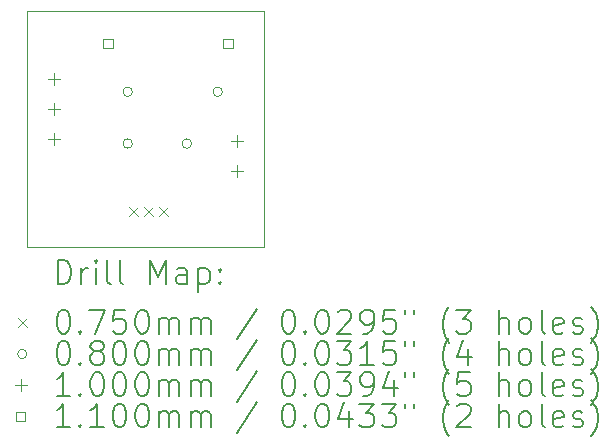
<source format=gbr>
%TF.GenerationSoftware,KiCad,Pcbnew,8.0.4*%
%TF.CreationDate,2024-08-04T13:12:28-04:00*%
%TF.ProjectId,WormshakerPCB,576f726d-7368-4616-9b65-725043422e6b,rev?*%
%TF.SameCoordinates,Original*%
%TF.FileFunction,Drillmap*%
%TF.FilePolarity,Positive*%
%FSLAX45Y45*%
G04 Gerber Fmt 4.5, Leading zero omitted, Abs format (unit mm)*
G04 Created by KiCad (PCBNEW 8.0.4) date 2024-08-04 13:12:28*
%MOMM*%
%LPD*%
G01*
G04 APERTURE LIST*
%ADD10C,0.050000*%
%ADD11C,0.200000*%
%ADD12C,0.100000*%
%ADD13C,0.110000*%
G04 APERTURE END LIST*
D10*
X14000000Y-8000000D02*
X16000000Y-8000000D01*
X16000000Y-10000000D01*
X14000000Y-10000000D01*
X14000000Y-8000000D01*
D11*
D12*
X14860500Y-9662500D02*
X14935500Y-9737500D01*
X14935500Y-9662500D02*
X14860500Y-9737500D01*
X14987500Y-9662500D02*
X15062500Y-9737500D01*
X15062500Y-9662500D02*
X14987500Y-9737500D01*
X15114500Y-9662500D02*
X15189500Y-9737500D01*
X15189500Y-9662500D02*
X15114500Y-9737500D01*
X14890000Y-8686620D02*
G75*
G02*
X14810000Y-8686620I-40000J0D01*
G01*
X14810000Y-8686620D02*
G75*
G02*
X14890000Y-8686620I40000J0D01*
G01*
X14890000Y-9125000D02*
G75*
G02*
X14810000Y-9125000I-40000J0D01*
G01*
X14810000Y-9125000D02*
G75*
G02*
X14890000Y-9125000I40000J0D01*
G01*
X15390000Y-9125000D02*
G75*
G02*
X15310000Y-9125000I-40000J0D01*
G01*
X15310000Y-9125000D02*
G75*
G02*
X15390000Y-9125000I40000J0D01*
G01*
X15652000Y-8686620D02*
G75*
G02*
X15572000Y-8686620I-40000J0D01*
G01*
X15572000Y-8686620D02*
G75*
G02*
X15652000Y-8686620I40000J0D01*
G01*
X14225000Y-8525000D02*
X14225000Y-8625000D01*
X14175000Y-8575000D02*
X14275000Y-8575000D01*
X14225000Y-8779000D02*
X14225000Y-8879000D01*
X14175000Y-8829000D02*
X14275000Y-8829000D01*
X14225000Y-9033000D02*
X14225000Y-9133000D01*
X14175000Y-9083000D02*
X14275000Y-9083000D01*
X15775000Y-9050000D02*
X15775000Y-9150000D01*
X15725000Y-9100000D02*
X15825000Y-9100000D01*
X15775000Y-9304000D02*
X15775000Y-9404000D01*
X15725000Y-9354000D02*
X15825000Y-9354000D01*
D13*
X14722651Y-8313891D02*
X14722651Y-8236109D01*
X14644869Y-8236109D01*
X14644869Y-8313891D01*
X14722651Y-8313891D01*
X15738651Y-8313891D02*
X15738651Y-8236109D01*
X15660869Y-8236109D01*
X15660869Y-8313891D01*
X15738651Y-8313891D01*
D11*
X14258277Y-10313984D02*
X14258277Y-10113984D01*
X14258277Y-10113984D02*
X14305896Y-10113984D01*
X14305896Y-10113984D02*
X14334467Y-10123508D01*
X14334467Y-10123508D02*
X14353515Y-10142555D01*
X14353515Y-10142555D02*
X14363039Y-10161603D01*
X14363039Y-10161603D02*
X14372562Y-10199698D01*
X14372562Y-10199698D02*
X14372562Y-10228270D01*
X14372562Y-10228270D02*
X14363039Y-10266365D01*
X14363039Y-10266365D02*
X14353515Y-10285412D01*
X14353515Y-10285412D02*
X14334467Y-10304460D01*
X14334467Y-10304460D02*
X14305896Y-10313984D01*
X14305896Y-10313984D02*
X14258277Y-10313984D01*
X14458277Y-10313984D02*
X14458277Y-10180650D01*
X14458277Y-10218746D02*
X14467801Y-10199698D01*
X14467801Y-10199698D02*
X14477324Y-10190174D01*
X14477324Y-10190174D02*
X14496372Y-10180650D01*
X14496372Y-10180650D02*
X14515420Y-10180650D01*
X14582086Y-10313984D02*
X14582086Y-10180650D01*
X14582086Y-10113984D02*
X14572562Y-10123508D01*
X14572562Y-10123508D02*
X14582086Y-10133031D01*
X14582086Y-10133031D02*
X14591610Y-10123508D01*
X14591610Y-10123508D02*
X14582086Y-10113984D01*
X14582086Y-10113984D02*
X14582086Y-10133031D01*
X14705896Y-10313984D02*
X14686848Y-10304460D01*
X14686848Y-10304460D02*
X14677324Y-10285412D01*
X14677324Y-10285412D02*
X14677324Y-10113984D01*
X14810658Y-10313984D02*
X14791610Y-10304460D01*
X14791610Y-10304460D02*
X14782086Y-10285412D01*
X14782086Y-10285412D02*
X14782086Y-10113984D01*
X15039229Y-10313984D02*
X15039229Y-10113984D01*
X15039229Y-10113984D02*
X15105896Y-10256841D01*
X15105896Y-10256841D02*
X15172562Y-10113984D01*
X15172562Y-10113984D02*
X15172562Y-10313984D01*
X15353515Y-10313984D02*
X15353515Y-10209222D01*
X15353515Y-10209222D02*
X15343991Y-10190174D01*
X15343991Y-10190174D02*
X15324943Y-10180650D01*
X15324943Y-10180650D02*
X15286848Y-10180650D01*
X15286848Y-10180650D02*
X15267801Y-10190174D01*
X15353515Y-10304460D02*
X15334467Y-10313984D01*
X15334467Y-10313984D02*
X15286848Y-10313984D01*
X15286848Y-10313984D02*
X15267801Y-10304460D01*
X15267801Y-10304460D02*
X15258277Y-10285412D01*
X15258277Y-10285412D02*
X15258277Y-10266365D01*
X15258277Y-10266365D02*
X15267801Y-10247317D01*
X15267801Y-10247317D02*
X15286848Y-10237793D01*
X15286848Y-10237793D02*
X15334467Y-10237793D01*
X15334467Y-10237793D02*
X15353515Y-10228270D01*
X15448753Y-10180650D02*
X15448753Y-10380650D01*
X15448753Y-10190174D02*
X15467801Y-10180650D01*
X15467801Y-10180650D02*
X15505896Y-10180650D01*
X15505896Y-10180650D02*
X15524943Y-10190174D01*
X15524943Y-10190174D02*
X15534467Y-10199698D01*
X15534467Y-10199698D02*
X15543991Y-10218746D01*
X15543991Y-10218746D02*
X15543991Y-10275889D01*
X15543991Y-10275889D02*
X15534467Y-10294936D01*
X15534467Y-10294936D02*
X15524943Y-10304460D01*
X15524943Y-10304460D02*
X15505896Y-10313984D01*
X15505896Y-10313984D02*
X15467801Y-10313984D01*
X15467801Y-10313984D02*
X15448753Y-10304460D01*
X15629705Y-10294936D02*
X15639229Y-10304460D01*
X15639229Y-10304460D02*
X15629705Y-10313984D01*
X15629705Y-10313984D02*
X15620182Y-10304460D01*
X15620182Y-10304460D02*
X15629705Y-10294936D01*
X15629705Y-10294936D02*
X15629705Y-10313984D01*
X15629705Y-10190174D02*
X15639229Y-10199698D01*
X15639229Y-10199698D02*
X15629705Y-10209222D01*
X15629705Y-10209222D02*
X15620182Y-10199698D01*
X15620182Y-10199698D02*
X15629705Y-10190174D01*
X15629705Y-10190174D02*
X15629705Y-10209222D01*
D12*
X13922500Y-10605000D02*
X13997500Y-10680000D01*
X13997500Y-10605000D02*
X13922500Y-10680000D01*
D11*
X14296372Y-10533984D02*
X14315420Y-10533984D01*
X14315420Y-10533984D02*
X14334467Y-10543508D01*
X14334467Y-10543508D02*
X14343991Y-10553031D01*
X14343991Y-10553031D02*
X14353515Y-10572079D01*
X14353515Y-10572079D02*
X14363039Y-10610174D01*
X14363039Y-10610174D02*
X14363039Y-10657793D01*
X14363039Y-10657793D02*
X14353515Y-10695889D01*
X14353515Y-10695889D02*
X14343991Y-10714936D01*
X14343991Y-10714936D02*
X14334467Y-10724460D01*
X14334467Y-10724460D02*
X14315420Y-10733984D01*
X14315420Y-10733984D02*
X14296372Y-10733984D01*
X14296372Y-10733984D02*
X14277324Y-10724460D01*
X14277324Y-10724460D02*
X14267801Y-10714936D01*
X14267801Y-10714936D02*
X14258277Y-10695889D01*
X14258277Y-10695889D02*
X14248753Y-10657793D01*
X14248753Y-10657793D02*
X14248753Y-10610174D01*
X14248753Y-10610174D02*
X14258277Y-10572079D01*
X14258277Y-10572079D02*
X14267801Y-10553031D01*
X14267801Y-10553031D02*
X14277324Y-10543508D01*
X14277324Y-10543508D02*
X14296372Y-10533984D01*
X14448753Y-10714936D02*
X14458277Y-10724460D01*
X14458277Y-10724460D02*
X14448753Y-10733984D01*
X14448753Y-10733984D02*
X14439229Y-10724460D01*
X14439229Y-10724460D02*
X14448753Y-10714936D01*
X14448753Y-10714936D02*
X14448753Y-10733984D01*
X14524943Y-10533984D02*
X14658277Y-10533984D01*
X14658277Y-10533984D02*
X14572562Y-10733984D01*
X14829705Y-10533984D02*
X14734467Y-10533984D01*
X14734467Y-10533984D02*
X14724943Y-10629222D01*
X14724943Y-10629222D02*
X14734467Y-10619698D01*
X14734467Y-10619698D02*
X14753515Y-10610174D01*
X14753515Y-10610174D02*
X14801134Y-10610174D01*
X14801134Y-10610174D02*
X14820182Y-10619698D01*
X14820182Y-10619698D02*
X14829705Y-10629222D01*
X14829705Y-10629222D02*
X14839229Y-10648270D01*
X14839229Y-10648270D02*
X14839229Y-10695889D01*
X14839229Y-10695889D02*
X14829705Y-10714936D01*
X14829705Y-10714936D02*
X14820182Y-10724460D01*
X14820182Y-10724460D02*
X14801134Y-10733984D01*
X14801134Y-10733984D02*
X14753515Y-10733984D01*
X14753515Y-10733984D02*
X14734467Y-10724460D01*
X14734467Y-10724460D02*
X14724943Y-10714936D01*
X14963039Y-10533984D02*
X14982086Y-10533984D01*
X14982086Y-10533984D02*
X15001134Y-10543508D01*
X15001134Y-10543508D02*
X15010658Y-10553031D01*
X15010658Y-10553031D02*
X15020182Y-10572079D01*
X15020182Y-10572079D02*
X15029705Y-10610174D01*
X15029705Y-10610174D02*
X15029705Y-10657793D01*
X15029705Y-10657793D02*
X15020182Y-10695889D01*
X15020182Y-10695889D02*
X15010658Y-10714936D01*
X15010658Y-10714936D02*
X15001134Y-10724460D01*
X15001134Y-10724460D02*
X14982086Y-10733984D01*
X14982086Y-10733984D02*
X14963039Y-10733984D01*
X14963039Y-10733984D02*
X14943991Y-10724460D01*
X14943991Y-10724460D02*
X14934467Y-10714936D01*
X14934467Y-10714936D02*
X14924943Y-10695889D01*
X14924943Y-10695889D02*
X14915420Y-10657793D01*
X14915420Y-10657793D02*
X14915420Y-10610174D01*
X14915420Y-10610174D02*
X14924943Y-10572079D01*
X14924943Y-10572079D02*
X14934467Y-10553031D01*
X14934467Y-10553031D02*
X14943991Y-10543508D01*
X14943991Y-10543508D02*
X14963039Y-10533984D01*
X15115420Y-10733984D02*
X15115420Y-10600650D01*
X15115420Y-10619698D02*
X15124943Y-10610174D01*
X15124943Y-10610174D02*
X15143991Y-10600650D01*
X15143991Y-10600650D02*
X15172563Y-10600650D01*
X15172563Y-10600650D02*
X15191610Y-10610174D01*
X15191610Y-10610174D02*
X15201134Y-10629222D01*
X15201134Y-10629222D02*
X15201134Y-10733984D01*
X15201134Y-10629222D02*
X15210658Y-10610174D01*
X15210658Y-10610174D02*
X15229705Y-10600650D01*
X15229705Y-10600650D02*
X15258277Y-10600650D01*
X15258277Y-10600650D02*
X15277324Y-10610174D01*
X15277324Y-10610174D02*
X15286848Y-10629222D01*
X15286848Y-10629222D02*
X15286848Y-10733984D01*
X15382086Y-10733984D02*
X15382086Y-10600650D01*
X15382086Y-10619698D02*
X15391610Y-10610174D01*
X15391610Y-10610174D02*
X15410658Y-10600650D01*
X15410658Y-10600650D02*
X15439229Y-10600650D01*
X15439229Y-10600650D02*
X15458277Y-10610174D01*
X15458277Y-10610174D02*
X15467801Y-10629222D01*
X15467801Y-10629222D02*
X15467801Y-10733984D01*
X15467801Y-10629222D02*
X15477324Y-10610174D01*
X15477324Y-10610174D02*
X15496372Y-10600650D01*
X15496372Y-10600650D02*
X15524943Y-10600650D01*
X15524943Y-10600650D02*
X15543991Y-10610174D01*
X15543991Y-10610174D02*
X15553515Y-10629222D01*
X15553515Y-10629222D02*
X15553515Y-10733984D01*
X15943991Y-10524460D02*
X15772563Y-10781603D01*
X16201134Y-10533984D02*
X16220182Y-10533984D01*
X16220182Y-10533984D02*
X16239229Y-10543508D01*
X16239229Y-10543508D02*
X16248753Y-10553031D01*
X16248753Y-10553031D02*
X16258277Y-10572079D01*
X16258277Y-10572079D02*
X16267801Y-10610174D01*
X16267801Y-10610174D02*
X16267801Y-10657793D01*
X16267801Y-10657793D02*
X16258277Y-10695889D01*
X16258277Y-10695889D02*
X16248753Y-10714936D01*
X16248753Y-10714936D02*
X16239229Y-10724460D01*
X16239229Y-10724460D02*
X16220182Y-10733984D01*
X16220182Y-10733984D02*
X16201134Y-10733984D01*
X16201134Y-10733984D02*
X16182086Y-10724460D01*
X16182086Y-10724460D02*
X16172563Y-10714936D01*
X16172563Y-10714936D02*
X16163039Y-10695889D01*
X16163039Y-10695889D02*
X16153515Y-10657793D01*
X16153515Y-10657793D02*
X16153515Y-10610174D01*
X16153515Y-10610174D02*
X16163039Y-10572079D01*
X16163039Y-10572079D02*
X16172563Y-10553031D01*
X16172563Y-10553031D02*
X16182086Y-10543508D01*
X16182086Y-10543508D02*
X16201134Y-10533984D01*
X16353515Y-10714936D02*
X16363039Y-10724460D01*
X16363039Y-10724460D02*
X16353515Y-10733984D01*
X16353515Y-10733984D02*
X16343991Y-10724460D01*
X16343991Y-10724460D02*
X16353515Y-10714936D01*
X16353515Y-10714936D02*
X16353515Y-10733984D01*
X16486848Y-10533984D02*
X16505896Y-10533984D01*
X16505896Y-10533984D02*
X16524944Y-10543508D01*
X16524944Y-10543508D02*
X16534467Y-10553031D01*
X16534467Y-10553031D02*
X16543991Y-10572079D01*
X16543991Y-10572079D02*
X16553515Y-10610174D01*
X16553515Y-10610174D02*
X16553515Y-10657793D01*
X16553515Y-10657793D02*
X16543991Y-10695889D01*
X16543991Y-10695889D02*
X16534467Y-10714936D01*
X16534467Y-10714936D02*
X16524944Y-10724460D01*
X16524944Y-10724460D02*
X16505896Y-10733984D01*
X16505896Y-10733984D02*
X16486848Y-10733984D01*
X16486848Y-10733984D02*
X16467801Y-10724460D01*
X16467801Y-10724460D02*
X16458277Y-10714936D01*
X16458277Y-10714936D02*
X16448753Y-10695889D01*
X16448753Y-10695889D02*
X16439229Y-10657793D01*
X16439229Y-10657793D02*
X16439229Y-10610174D01*
X16439229Y-10610174D02*
X16448753Y-10572079D01*
X16448753Y-10572079D02*
X16458277Y-10553031D01*
X16458277Y-10553031D02*
X16467801Y-10543508D01*
X16467801Y-10543508D02*
X16486848Y-10533984D01*
X16629706Y-10553031D02*
X16639229Y-10543508D01*
X16639229Y-10543508D02*
X16658277Y-10533984D01*
X16658277Y-10533984D02*
X16705896Y-10533984D01*
X16705896Y-10533984D02*
X16724944Y-10543508D01*
X16724944Y-10543508D02*
X16734467Y-10553031D01*
X16734467Y-10553031D02*
X16743991Y-10572079D01*
X16743991Y-10572079D02*
X16743991Y-10591127D01*
X16743991Y-10591127D02*
X16734467Y-10619698D01*
X16734467Y-10619698D02*
X16620182Y-10733984D01*
X16620182Y-10733984D02*
X16743991Y-10733984D01*
X16839229Y-10733984D02*
X16877325Y-10733984D01*
X16877325Y-10733984D02*
X16896372Y-10724460D01*
X16896372Y-10724460D02*
X16905896Y-10714936D01*
X16905896Y-10714936D02*
X16924944Y-10686365D01*
X16924944Y-10686365D02*
X16934468Y-10648270D01*
X16934468Y-10648270D02*
X16934468Y-10572079D01*
X16934468Y-10572079D02*
X16924944Y-10553031D01*
X16924944Y-10553031D02*
X16915420Y-10543508D01*
X16915420Y-10543508D02*
X16896372Y-10533984D01*
X16896372Y-10533984D02*
X16858277Y-10533984D01*
X16858277Y-10533984D02*
X16839229Y-10543508D01*
X16839229Y-10543508D02*
X16829706Y-10553031D01*
X16829706Y-10553031D02*
X16820182Y-10572079D01*
X16820182Y-10572079D02*
X16820182Y-10619698D01*
X16820182Y-10619698D02*
X16829706Y-10638746D01*
X16829706Y-10638746D02*
X16839229Y-10648270D01*
X16839229Y-10648270D02*
X16858277Y-10657793D01*
X16858277Y-10657793D02*
X16896372Y-10657793D01*
X16896372Y-10657793D02*
X16915420Y-10648270D01*
X16915420Y-10648270D02*
X16924944Y-10638746D01*
X16924944Y-10638746D02*
X16934468Y-10619698D01*
X17115420Y-10533984D02*
X17020182Y-10533984D01*
X17020182Y-10533984D02*
X17010658Y-10629222D01*
X17010658Y-10629222D02*
X17020182Y-10619698D01*
X17020182Y-10619698D02*
X17039229Y-10610174D01*
X17039229Y-10610174D02*
X17086849Y-10610174D01*
X17086849Y-10610174D02*
X17105896Y-10619698D01*
X17105896Y-10619698D02*
X17115420Y-10629222D01*
X17115420Y-10629222D02*
X17124944Y-10648270D01*
X17124944Y-10648270D02*
X17124944Y-10695889D01*
X17124944Y-10695889D02*
X17115420Y-10714936D01*
X17115420Y-10714936D02*
X17105896Y-10724460D01*
X17105896Y-10724460D02*
X17086849Y-10733984D01*
X17086849Y-10733984D02*
X17039229Y-10733984D01*
X17039229Y-10733984D02*
X17020182Y-10724460D01*
X17020182Y-10724460D02*
X17010658Y-10714936D01*
X17201134Y-10533984D02*
X17201134Y-10572079D01*
X17277325Y-10533984D02*
X17277325Y-10572079D01*
X17572563Y-10810174D02*
X17563039Y-10800650D01*
X17563039Y-10800650D02*
X17543991Y-10772079D01*
X17543991Y-10772079D02*
X17534468Y-10753031D01*
X17534468Y-10753031D02*
X17524944Y-10724460D01*
X17524944Y-10724460D02*
X17515420Y-10676841D01*
X17515420Y-10676841D02*
X17515420Y-10638746D01*
X17515420Y-10638746D02*
X17524944Y-10591127D01*
X17524944Y-10591127D02*
X17534468Y-10562555D01*
X17534468Y-10562555D02*
X17543991Y-10543508D01*
X17543991Y-10543508D02*
X17563039Y-10514936D01*
X17563039Y-10514936D02*
X17572563Y-10505412D01*
X17629706Y-10533984D02*
X17753515Y-10533984D01*
X17753515Y-10533984D02*
X17686849Y-10610174D01*
X17686849Y-10610174D02*
X17715420Y-10610174D01*
X17715420Y-10610174D02*
X17734468Y-10619698D01*
X17734468Y-10619698D02*
X17743991Y-10629222D01*
X17743991Y-10629222D02*
X17753515Y-10648270D01*
X17753515Y-10648270D02*
X17753515Y-10695889D01*
X17753515Y-10695889D02*
X17743991Y-10714936D01*
X17743991Y-10714936D02*
X17734468Y-10724460D01*
X17734468Y-10724460D02*
X17715420Y-10733984D01*
X17715420Y-10733984D02*
X17658277Y-10733984D01*
X17658277Y-10733984D02*
X17639230Y-10724460D01*
X17639230Y-10724460D02*
X17629706Y-10714936D01*
X17991611Y-10733984D02*
X17991611Y-10533984D01*
X18077325Y-10733984D02*
X18077325Y-10629222D01*
X18077325Y-10629222D02*
X18067801Y-10610174D01*
X18067801Y-10610174D02*
X18048753Y-10600650D01*
X18048753Y-10600650D02*
X18020182Y-10600650D01*
X18020182Y-10600650D02*
X18001134Y-10610174D01*
X18001134Y-10610174D02*
X17991611Y-10619698D01*
X18201134Y-10733984D02*
X18182087Y-10724460D01*
X18182087Y-10724460D02*
X18172563Y-10714936D01*
X18172563Y-10714936D02*
X18163039Y-10695889D01*
X18163039Y-10695889D02*
X18163039Y-10638746D01*
X18163039Y-10638746D02*
X18172563Y-10619698D01*
X18172563Y-10619698D02*
X18182087Y-10610174D01*
X18182087Y-10610174D02*
X18201134Y-10600650D01*
X18201134Y-10600650D02*
X18229706Y-10600650D01*
X18229706Y-10600650D02*
X18248753Y-10610174D01*
X18248753Y-10610174D02*
X18258277Y-10619698D01*
X18258277Y-10619698D02*
X18267801Y-10638746D01*
X18267801Y-10638746D02*
X18267801Y-10695889D01*
X18267801Y-10695889D02*
X18258277Y-10714936D01*
X18258277Y-10714936D02*
X18248753Y-10724460D01*
X18248753Y-10724460D02*
X18229706Y-10733984D01*
X18229706Y-10733984D02*
X18201134Y-10733984D01*
X18382087Y-10733984D02*
X18363039Y-10724460D01*
X18363039Y-10724460D02*
X18353515Y-10705412D01*
X18353515Y-10705412D02*
X18353515Y-10533984D01*
X18534468Y-10724460D02*
X18515420Y-10733984D01*
X18515420Y-10733984D02*
X18477325Y-10733984D01*
X18477325Y-10733984D02*
X18458277Y-10724460D01*
X18458277Y-10724460D02*
X18448753Y-10705412D01*
X18448753Y-10705412D02*
X18448753Y-10629222D01*
X18448753Y-10629222D02*
X18458277Y-10610174D01*
X18458277Y-10610174D02*
X18477325Y-10600650D01*
X18477325Y-10600650D02*
X18515420Y-10600650D01*
X18515420Y-10600650D02*
X18534468Y-10610174D01*
X18534468Y-10610174D02*
X18543992Y-10629222D01*
X18543992Y-10629222D02*
X18543992Y-10648270D01*
X18543992Y-10648270D02*
X18448753Y-10667317D01*
X18620182Y-10724460D02*
X18639230Y-10733984D01*
X18639230Y-10733984D02*
X18677325Y-10733984D01*
X18677325Y-10733984D02*
X18696373Y-10724460D01*
X18696373Y-10724460D02*
X18705896Y-10705412D01*
X18705896Y-10705412D02*
X18705896Y-10695889D01*
X18705896Y-10695889D02*
X18696373Y-10676841D01*
X18696373Y-10676841D02*
X18677325Y-10667317D01*
X18677325Y-10667317D02*
X18648753Y-10667317D01*
X18648753Y-10667317D02*
X18629706Y-10657793D01*
X18629706Y-10657793D02*
X18620182Y-10638746D01*
X18620182Y-10638746D02*
X18620182Y-10629222D01*
X18620182Y-10629222D02*
X18629706Y-10610174D01*
X18629706Y-10610174D02*
X18648753Y-10600650D01*
X18648753Y-10600650D02*
X18677325Y-10600650D01*
X18677325Y-10600650D02*
X18696373Y-10610174D01*
X18772563Y-10810174D02*
X18782087Y-10800650D01*
X18782087Y-10800650D02*
X18801134Y-10772079D01*
X18801134Y-10772079D02*
X18810658Y-10753031D01*
X18810658Y-10753031D02*
X18820182Y-10724460D01*
X18820182Y-10724460D02*
X18829706Y-10676841D01*
X18829706Y-10676841D02*
X18829706Y-10638746D01*
X18829706Y-10638746D02*
X18820182Y-10591127D01*
X18820182Y-10591127D02*
X18810658Y-10562555D01*
X18810658Y-10562555D02*
X18801134Y-10543508D01*
X18801134Y-10543508D02*
X18782087Y-10514936D01*
X18782087Y-10514936D02*
X18772563Y-10505412D01*
D12*
X13997500Y-10906500D02*
G75*
G02*
X13917500Y-10906500I-40000J0D01*
G01*
X13917500Y-10906500D02*
G75*
G02*
X13997500Y-10906500I40000J0D01*
G01*
D11*
X14296372Y-10797984D02*
X14315420Y-10797984D01*
X14315420Y-10797984D02*
X14334467Y-10807508D01*
X14334467Y-10807508D02*
X14343991Y-10817031D01*
X14343991Y-10817031D02*
X14353515Y-10836079D01*
X14353515Y-10836079D02*
X14363039Y-10874174D01*
X14363039Y-10874174D02*
X14363039Y-10921793D01*
X14363039Y-10921793D02*
X14353515Y-10959889D01*
X14353515Y-10959889D02*
X14343991Y-10978936D01*
X14343991Y-10978936D02*
X14334467Y-10988460D01*
X14334467Y-10988460D02*
X14315420Y-10997984D01*
X14315420Y-10997984D02*
X14296372Y-10997984D01*
X14296372Y-10997984D02*
X14277324Y-10988460D01*
X14277324Y-10988460D02*
X14267801Y-10978936D01*
X14267801Y-10978936D02*
X14258277Y-10959889D01*
X14258277Y-10959889D02*
X14248753Y-10921793D01*
X14248753Y-10921793D02*
X14248753Y-10874174D01*
X14248753Y-10874174D02*
X14258277Y-10836079D01*
X14258277Y-10836079D02*
X14267801Y-10817031D01*
X14267801Y-10817031D02*
X14277324Y-10807508D01*
X14277324Y-10807508D02*
X14296372Y-10797984D01*
X14448753Y-10978936D02*
X14458277Y-10988460D01*
X14458277Y-10988460D02*
X14448753Y-10997984D01*
X14448753Y-10997984D02*
X14439229Y-10988460D01*
X14439229Y-10988460D02*
X14448753Y-10978936D01*
X14448753Y-10978936D02*
X14448753Y-10997984D01*
X14572562Y-10883698D02*
X14553515Y-10874174D01*
X14553515Y-10874174D02*
X14543991Y-10864650D01*
X14543991Y-10864650D02*
X14534467Y-10845603D01*
X14534467Y-10845603D02*
X14534467Y-10836079D01*
X14534467Y-10836079D02*
X14543991Y-10817031D01*
X14543991Y-10817031D02*
X14553515Y-10807508D01*
X14553515Y-10807508D02*
X14572562Y-10797984D01*
X14572562Y-10797984D02*
X14610658Y-10797984D01*
X14610658Y-10797984D02*
X14629705Y-10807508D01*
X14629705Y-10807508D02*
X14639229Y-10817031D01*
X14639229Y-10817031D02*
X14648753Y-10836079D01*
X14648753Y-10836079D02*
X14648753Y-10845603D01*
X14648753Y-10845603D02*
X14639229Y-10864650D01*
X14639229Y-10864650D02*
X14629705Y-10874174D01*
X14629705Y-10874174D02*
X14610658Y-10883698D01*
X14610658Y-10883698D02*
X14572562Y-10883698D01*
X14572562Y-10883698D02*
X14553515Y-10893222D01*
X14553515Y-10893222D02*
X14543991Y-10902746D01*
X14543991Y-10902746D02*
X14534467Y-10921793D01*
X14534467Y-10921793D02*
X14534467Y-10959889D01*
X14534467Y-10959889D02*
X14543991Y-10978936D01*
X14543991Y-10978936D02*
X14553515Y-10988460D01*
X14553515Y-10988460D02*
X14572562Y-10997984D01*
X14572562Y-10997984D02*
X14610658Y-10997984D01*
X14610658Y-10997984D02*
X14629705Y-10988460D01*
X14629705Y-10988460D02*
X14639229Y-10978936D01*
X14639229Y-10978936D02*
X14648753Y-10959889D01*
X14648753Y-10959889D02*
X14648753Y-10921793D01*
X14648753Y-10921793D02*
X14639229Y-10902746D01*
X14639229Y-10902746D02*
X14629705Y-10893222D01*
X14629705Y-10893222D02*
X14610658Y-10883698D01*
X14772562Y-10797984D02*
X14791610Y-10797984D01*
X14791610Y-10797984D02*
X14810658Y-10807508D01*
X14810658Y-10807508D02*
X14820182Y-10817031D01*
X14820182Y-10817031D02*
X14829705Y-10836079D01*
X14829705Y-10836079D02*
X14839229Y-10874174D01*
X14839229Y-10874174D02*
X14839229Y-10921793D01*
X14839229Y-10921793D02*
X14829705Y-10959889D01*
X14829705Y-10959889D02*
X14820182Y-10978936D01*
X14820182Y-10978936D02*
X14810658Y-10988460D01*
X14810658Y-10988460D02*
X14791610Y-10997984D01*
X14791610Y-10997984D02*
X14772562Y-10997984D01*
X14772562Y-10997984D02*
X14753515Y-10988460D01*
X14753515Y-10988460D02*
X14743991Y-10978936D01*
X14743991Y-10978936D02*
X14734467Y-10959889D01*
X14734467Y-10959889D02*
X14724943Y-10921793D01*
X14724943Y-10921793D02*
X14724943Y-10874174D01*
X14724943Y-10874174D02*
X14734467Y-10836079D01*
X14734467Y-10836079D02*
X14743991Y-10817031D01*
X14743991Y-10817031D02*
X14753515Y-10807508D01*
X14753515Y-10807508D02*
X14772562Y-10797984D01*
X14963039Y-10797984D02*
X14982086Y-10797984D01*
X14982086Y-10797984D02*
X15001134Y-10807508D01*
X15001134Y-10807508D02*
X15010658Y-10817031D01*
X15010658Y-10817031D02*
X15020182Y-10836079D01*
X15020182Y-10836079D02*
X15029705Y-10874174D01*
X15029705Y-10874174D02*
X15029705Y-10921793D01*
X15029705Y-10921793D02*
X15020182Y-10959889D01*
X15020182Y-10959889D02*
X15010658Y-10978936D01*
X15010658Y-10978936D02*
X15001134Y-10988460D01*
X15001134Y-10988460D02*
X14982086Y-10997984D01*
X14982086Y-10997984D02*
X14963039Y-10997984D01*
X14963039Y-10997984D02*
X14943991Y-10988460D01*
X14943991Y-10988460D02*
X14934467Y-10978936D01*
X14934467Y-10978936D02*
X14924943Y-10959889D01*
X14924943Y-10959889D02*
X14915420Y-10921793D01*
X14915420Y-10921793D02*
X14915420Y-10874174D01*
X14915420Y-10874174D02*
X14924943Y-10836079D01*
X14924943Y-10836079D02*
X14934467Y-10817031D01*
X14934467Y-10817031D02*
X14943991Y-10807508D01*
X14943991Y-10807508D02*
X14963039Y-10797984D01*
X15115420Y-10997984D02*
X15115420Y-10864650D01*
X15115420Y-10883698D02*
X15124943Y-10874174D01*
X15124943Y-10874174D02*
X15143991Y-10864650D01*
X15143991Y-10864650D02*
X15172563Y-10864650D01*
X15172563Y-10864650D02*
X15191610Y-10874174D01*
X15191610Y-10874174D02*
X15201134Y-10893222D01*
X15201134Y-10893222D02*
X15201134Y-10997984D01*
X15201134Y-10893222D02*
X15210658Y-10874174D01*
X15210658Y-10874174D02*
X15229705Y-10864650D01*
X15229705Y-10864650D02*
X15258277Y-10864650D01*
X15258277Y-10864650D02*
X15277324Y-10874174D01*
X15277324Y-10874174D02*
X15286848Y-10893222D01*
X15286848Y-10893222D02*
X15286848Y-10997984D01*
X15382086Y-10997984D02*
X15382086Y-10864650D01*
X15382086Y-10883698D02*
X15391610Y-10874174D01*
X15391610Y-10874174D02*
X15410658Y-10864650D01*
X15410658Y-10864650D02*
X15439229Y-10864650D01*
X15439229Y-10864650D02*
X15458277Y-10874174D01*
X15458277Y-10874174D02*
X15467801Y-10893222D01*
X15467801Y-10893222D02*
X15467801Y-10997984D01*
X15467801Y-10893222D02*
X15477324Y-10874174D01*
X15477324Y-10874174D02*
X15496372Y-10864650D01*
X15496372Y-10864650D02*
X15524943Y-10864650D01*
X15524943Y-10864650D02*
X15543991Y-10874174D01*
X15543991Y-10874174D02*
X15553515Y-10893222D01*
X15553515Y-10893222D02*
X15553515Y-10997984D01*
X15943991Y-10788460D02*
X15772563Y-11045603D01*
X16201134Y-10797984D02*
X16220182Y-10797984D01*
X16220182Y-10797984D02*
X16239229Y-10807508D01*
X16239229Y-10807508D02*
X16248753Y-10817031D01*
X16248753Y-10817031D02*
X16258277Y-10836079D01*
X16258277Y-10836079D02*
X16267801Y-10874174D01*
X16267801Y-10874174D02*
X16267801Y-10921793D01*
X16267801Y-10921793D02*
X16258277Y-10959889D01*
X16258277Y-10959889D02*
X16248753Y-10978936D01*
X16248753Y-10978936D02*
X16239229Y-10988460D01*
X16239229Y-10988460D02*
X16220182Y-10997984D01*
X16220182Y-10997984D02*
X16201134Y-10997984D01*
X16201134Y-10997984D02*
X16182086Y-10988460D01*
X16182086Y-10988460D02*
X16172563Y-10978936D01*
X16172563Y-10978936D02*
X16163039Y-10959889D01*
X16163039Y-10959889D02*
X16153515Y-10921793D01*
X16153515Y-10921793D02*
X16153515Y-10874174D01*
X16153515Y-10874174D02*
X16163039Y-10836079D01*
X16163039Y-10836079D02*
X16172563Y-10817031D01*
X16172563Y-10817031D02*
X16182086Y-10807508D01*
X16182086Y-10807508D02*
X16201134Y-10797984D01*
X16353515Y-10978936D02*
X16363039Y-10988460D01*
X16363039Y-10988460D02*
X16353515Y-10997984D01*
X16353515Y-10997984D02*
X16343991Y-10988460D01*
X16343991Y-10988460D02*
X16353515Y-10978936D01*
X16353515Y-10978936D02*
X16353515Y-10997984D01*
X16486848Y-10797984D02*
X16505896Y-10797984D01*
X16505896Y-10797984D02*
X16524944Y-10807508D01*
X16524944Y-10807508D02*
X16534467Y-10817031D01*
X16534467Y-10817031D02*
X16543991Y-10836079D01*
X16543991Y-10836079D02*
X16553515Y-10874174D01*
X16553515Y-10874174D02*
X16553515Y-10921793D01*
X16553515Y-10921793D02*
X16543991Y-10959889D01*
X16543991Y-10959889D02*
X16534467Y-10978936D01*
X16534467Y-10978936D02*
X16524944Y-10988460D01*
X16524944Y-10988460D02*
X16505896Y-10997984D01*
X16505896Y-10997984D02*
X16486848Y-10997984D01*
X16486848Y-10997984D02*
X16467801Y-10988460D01*
X16467801Y-10988460D02*
X16458277Y-10978936D01*
X16458277Y-10978936D02*
X16448753Y-10959889D01*
X16448753Y-10959889D02*
X16439229Y-10921793D01*
X16439229Y-10921793D02*
X16439229Y-10874174D01*
X16439229Y-10874174D02*
X16448753Y-10836079D01*
X16448753Y-10836079D02*
X16458277Y-10817031D01*
X16458277Y-10817031D02*
X16467801Y-10807508D01*
X16467801Y-10807508D02*
X16486848Y-10797984D01*
X16620182Y-10797984D02*
X16743991Y-10797984D01*
X16743991Y-10797984D02*
X16677325Y-10874174D01*
X16677325Y-10874174D02*
X16705896Y-10874174D01*
X16705896Y-10874174D02*
X16724944Y-10883698D01*
X16724944Y-10883698D02*
X16734467Y-10893222D01*
X16734467Y-10893222D02*
X16743991Y-10912270D01*
X16743991Y-10912270D02*
X16743991Y-10959889D01*
X16743991Y-10959889D02*
X16734467Y-10978936D01*
X16734467Y-10978936D02*
X16724944Y-10988460D01*
X16724944Y-10988460D02*
X16705896Y-10997984D01*
X16705896Y-10997984D02*
X16648753Y-10997984D01*
X16648753Y-10997984D02*
X16629706Y-10988460D01*
X16629706Y-10988460D02*
X16620182Y-10978936D01*
X16934468Y-10997984D02*
X16820182Y-10997984D01*
X16877325Y-10997984D02*
X16877325Y-10797984D01*
X16877325Y-10797984D02*
X16858277Y-10826555D01*
X16858277Y-10826555D02*
X16839229Y-10845603D01*
X16839229Y-10845603D02*
X16820182Y-10855127D01*
X17115420Y-10797984D02*
X17020182Y-10797984D01*
X17020182Y-10797984D02*
X17010658Y-10893222D01*
X17010658Y-10893222D02*
X17020182Y-10883698D01*
X17020182Y-10883698D02*
X17039229Y-10874174D01*
X17039229Y-10874174D02*
X17086849Y-10874174D01*
X17086849Y-10874174D02*
X17105896Y-10883698D01*
X17105896Y-10883698D02*
X17115420Y-10893222D01*
X17115420Y-10893222D02*
X17124944Y-10912270D01*
X17124944Y-10912270D02*
X17124944Y-10959889D01*
X17124944Y-10959889D02*
X17115420Y-10978936D01*
X17115420Y-10978936D02*
X17105896Y-10988460D01*
X17105896Y-10988460D02*
X17086849Y-10997984D01*
X17086849Y-10997984D02*
X17039229Y-10997984D01*
X17039229Y-10997984D02*
X17020182Y-10988460D01*
X17020182Y-10988460D02*
X17010658Y-10978936D01*
X17201134Y-10797984D02*
X17201134Y-10836079D01*
X17277325Y-10797984D02*
X17277325Y-10836079D01*
X17572563Y-11074174D02*
X17563039Y-11064650D01*
X17563039Y-11064650D02*
X17543991Y-11036079D01*
X17543991Y-11036079D02*
X17534468Y-11017031D01*
X17534468Y-11017031D02*
X17524944Y-10988460D01*
X17524944Y-10988460D02*
X17515420Y-10940841D01*
X17515420Y-10940841D02*
X17515420Y-10902746D01*
X17515420Y-10902746D02*
X17524944Y-10855127D01*
X17524944Y-10855127D02*
X17534468Y-10826555D01*
X17534468Y-10826555D02*
X17543991Y-10807508D01*
X17543991Y-10807508D02*
X17563039Y-10778936D01*
X17563039Y-10778936D02*
X17572563Y-10769412D01*
X17734468Y-10864650D02*
X17734468Y-10997984D01*
X17686849Y-10788460D02*
X17639230Y-10931317D01*
X17639230Y-10931317D02*
X17763039Y-10931317D01*
X17991611Y-10997984D02*
X17991611Y-10797984D01*
X18077325Y-10997984D02*
X18077325Y-10893222D01*
X18077325Y-10893222D02*
X18067801Y-10874174D01*
X18067801Y-10874174D02*
X18048753Y-10864650D01*
X18048753Y-10864650D02*
X18020182Y-10864650D01*
X18020182Y-10864650D02*
X18001134Y-10874174D01*
X18001134Y-10874174D02*
X17991611Y-10883698D01*
X18201134Y-10997984D02*
X18182087Y-10988460D01*
X18182087Y-10988460D02*
X18172563Y-10978936D01*
X18172563Y-10978936D02*
X18163039Y-10959889D01*
X18163039Y-10959889D02*
X18163039Y-10902746D01*
X18163039Y-10902746D02*
X18172563Y-10883698D01*
X18172563Y-10883698D02*
X18182087Y-10874174D01*
X18182087Y-10874174D02*
X18201134Y-10864650D01*
X18201134Y-10864650D02*
X18229706Y-10864650D01*
X18229706Y-10864650D02*
X18248753Y-10874174D01*
X18248753Y-10874174D02*
X18258277Y-10883698D01*
X18258277Y-10883698D02*
X18267801Y-10902746D01*
X18267801Y-10902746D02*
X18267801Y-10959889D01*
X18267801Y-10959889D02*
X18258277Y-10978936D01*
X18258277Y-10978936D02*
X18248753Y-10988460D01*
X18248753Y-10988460D02*
X18229706Y-10997984D01*
X18229706Y-10997984D02*
X18201134Y-10997984D01*
X18382087Y-10997984D02*
X18363039Y-10988460D01*
X18363039Y-10988460D02*
X18353515Y-10969412D01*
X18353515Y-10969412D02*
X18353515Y-10797984D01*
X18534468Y-10988460D02*
X18515420Y-10997984D01*
X18515420Y-10997984D02*
X18477325Y-10997984D01*
X18477325Y-10997984D02*
X18458277Y-10988460D01*
X18458277Y-10988460D02*
X18448753Y-10969412D01*
X18448753Y-10969412D02*
X18448753Y-10893222D01*
X18448753Y-10893222D02*
X18458277Y-10874174D01*
X18458277Y-10874174D02*
X18477325Y-10864650D01*
X18477325Y-10864650D02*
X18515420Y-10864650D01*
X18515420Y-10864650D02*
X18534468Y-10874174D01*
X18534468Y-10874174D02*
X18543992Y-10893222D01*
X18543992Y-10893222D02*
X18543992Y-10912270D01*
X18543992Y-10912270D02*
X18448753Y-10931317D01*
X18620182Y-10988460D02*
X18639230Y-10997984D01*
X18639230Y-10997984D02*
X18677325Y-10997984D01*
X18677325Y-10997984D02*
X18696373Y-10988460D01*
X18696373Y-10988460D02*
X18705896Y-10969412D01*
X18705896Y-10969412D02*
X18705896Y-10959889D01*
X18705896Y-10959889D02*
X18696373Y-10940841D01*
X18696373Y-10940841D02*
X18677325Y-10931317D01*
X18677325Y-10931317D02*
X18648753Y-10931317D01*
X18648753Y-10931317D02*
X18629706Y-10921793D01*
X18629706Y-10921793D02*
X18620182Y-10902746D01*
X18620182Y-10902746D02*
X18620182Y-10893222D01*
X18620182Y-10893222D02*
X18629706Y-10874174D01*
X18629706Y-10874174D02*
X18648753Y-10864650D01*
X18648753Y-10864650D02*
X18677325Y-10864650D01*
X18677325Y-10864650D02*
X18696373Y-10874174D01*
X18772563Y-11074174D02*
X18782087Y-11064650D01*
X18782087Y-11064650D02*
X18801134Y-11036079D01*
X18801134Y-11036079D02*
X18810658Y-11017031D01*
X18810658Y-11017031D02*
X18820182Y-10988460D01*
X18820182Y-10988460D02*
X18829706Y-10940841D01*
X18829706Y-10940841D02*
X18829706Y-10902746D01*
X18829706Y-10902746D02*
X18820182Y-10855127D01*
X18820182Y-10855127D02*
X18810658Y-10826555D01*
X18810658Y-10826555D02*
X18801134Y-10807508D01*
X18801134Y-10807508D02*
X18782087Y-10778936D01*
X18782087Y-10778936D02*
X18772563Y-10769412D01*
D12*
X13947500Y-11120500D02*
X13947500Y-11220500D01*
X13897500Y-11170500D02*
X13997500Y-11170500D01*
D11*
X14363039Y-11261984D02*
X14248753Y-11261984D01*
X14305896Y-11261984D02*
X14305896Y-11061984D01*
X14305896Y-11061984D02*
X14286848Y-11090555D01*
X14286848Y-11090555D02*
X14267801Y-11109603D01*
X14267801Y-11109603D02*
X14248753Y-11119127D01*
X14448753Y-11242936D02*
X14458277Y-11252460D01*
X14458277Y-11252460D02*
X14448753Y-11261984D01*
X14448753Y-11261984D02*
X14439229Y-11252460D01*
X14439229Y-11252460D02*
X14448753Y-11242936D01*
X14448753Y-11242936D02*
X14448753Y-11261984D01*
X14582086Y-11061984D02*
X14601134Y-11061984D01*
X14601134Y-11061984D02*
X14620182Y-11071508D01*
X14620182Y-11071508D02*
X14629705Y-11081031D01*
X14629705Y-11081031D02*
X14639229Y-11100079D01*
X14639229Y-11100079D02*
X14648753Y-11138174D01*
X14648753Y-11138174D02*
X14648753Y-11185793D01*
X14648753Y-11185793D02*
X14639229Y-11223888D01*
X14639229Y-11223888D02*
X14629705Y-11242936D01*
X14629705Y-11242936D02*
X14620182Y-11252460D01*
X14620182Y-11252460D02*
X14601134Y-11261984D01*
X14601134Y-11261984D02*
X14582086Y-11261984D01*
X14582086Y-11261984D02*
X14563039Y-11252460D01*
X14563039Y-11252460D02*
X14553515Y-11242936D01*
X14553515Y-11242936D02*
X14543991Y-11223888D01*
X14543991Y-11223888D02*
X14534467Y-11185793D01*
X14534467Y-11185793D02*
X14534467Y-11138174D01*
X14534467Y-11138174D02*
X14543991Y-11100079D01*
X14543991Y-11100079D02*
X14553515Y-11081031D01*
X14553515Y-11081031D02*
X14563039Y-11071508D01*
X14563039Y-11071508D02*
X14582086Y-11061984D01*
X14772562Y-11061984D02*
X14791610Y-11061984D01*
X14791610Y-11061984D02*
X14810658Y-11071508D01*
X14810658Y-11071508D02*
X14820182Y-11081031D01*
X14820182Y-11081031D02*
X14829705Y-11100079D01*
X14829705Y-11100079D02*
X14839229Y-11138174D01*
X14839229Y-11138174D02*
X14839229Y-11185793D01*
X14839229Y-11185793D02*
X14829705Y-11223888D01*
X14829705Y-11223888D02*
X14820182Y-11242936D01*
X14820182Y-11242936D02*
X14810658Y-11252460D01*
X14810658Y-11252460D02*
X14791610Y-11261984D01*
X14791610Y-11261984D02*
X14772562Y-11261984D01*
X14772562Y-11261984D02*
X14753515Y-11252460D01*
X14753515Y-11252460D02*
X14743991Y-11242936D01*
X14743991Y-11242936D02*
X14734467Y-11223888D01*
X14734467Y-11223888D02*
X14724943Y-11185793D01*
X14724943Y-11185793D02*
X14724943Y-11138174D01*
X14724943Y-11138174D02*
X14734467Y-11100079D01*
X14734467Y-11100079D02*
X14743991Y-11081031D01*
X14743991Y-11081031D02*
X14753515Y-11071508D01*
X14753515Y-11071508D02*
X14772562Y-11061984D01*
X14963039Y-11061984D02*
X14982086Y-11061984D01*
X14982086Y-11061984D02*
X15001134Y-11071508D01*
X15001134Y-11071508D02*
X15010658Y-11081031D01*
X15010658Y-11081031D02*
X15020182Y-11100079D01*
X15020182Y-11100079D02*
X15029705Y-11138174D01*
X15029705Y-11138174D02*
X15029705Y-11185793D01*
X15029705Y-11185793D02*
X15020182Y-11223888D01*
X15020182Y-11223888D02*
X15010658Y-11242936D01*
X15010658Y-11242936D02*
X15001134Y-11252460D01*
X15001134Y-11252460D02*
X14982086Y-11261984D01*
X14982086Y-11261984D02*
X14963039Y-11261984D01*
X14963039Y-11261984D02*
X14943991Y-11252460D01*
X14943991Y-11252460D02*
X14934467Y-11242936D01*
X14934467Y-11242936D02*
X14924943Y-11223888D01*
X14924943Y-11223888D02*
X14915420Y-11185793D01*
X14915420Y-11185793D02*
X14915420Y-11138174D01*
X14915420Y-11138174D02*
X14924943Y-11100079D01*
X14924943Y-11100079D02*
X14934467Y-11081031D01*
X14934467Y-11081031D02*
X14943991Y-11071508D01*
X14943991Y-11071508D02*
X14963039Y-11061984D01*
X15115420Y-11261984D02*
X15115420Y-11128650D01*
X15115420Y-11147698D02*
X15124943Y-11138174D01*
X15124943Y-11138174D02*
X15143991Y-11128650D01*
X15143991Y-11128650D02*
X15172563Y-11128650D01*
X15172563Y-11128650D02*
X15191610Y-11138174D01*
X15191610Y-11138174D02*
X15201134Y-11157222D01*
X15201134Y-11157222D02*
X15201134Y-11261984D01*
X15201134Y-11157222D02*
X15210658Y-11138174D01*
X15210658Y-11138174D02*
X15229705Y-11128650D01*
X15229705Y-11128650D02*
X15258277Y-11128650D01*
X15258277Y-11128650D02*
X15277324Y-11138174D01*
X15277324Y-11138174D02*
X15286848Y-11157222D01*
X15286848Y-11157222D02*
X15286848Y-11261984D01*
X15382086Y-11261984D02*
X15382086Y-11128650D01*
X15382086Y-11147698D02*
X15391610Y-11138174D01*
X15391610Y-11138174D02*
X15410658Y-11128650D01*
X15410658Y-11128650D02*
X15439229Y-11128650D01*
X15439229Y-11128650D02*
X15458277Y-11138174D01*
X15458277Y-11138174D02*
X15467801Y-11157222D01*
X15467801Y-11157222D02*
X15467801Y-11261984D01*
X15467801Y-11157222D02*
X15477324Y-11138174D01*
X15477324Y-11138174D02*
X15496372Y-11128650D01*
X15496372Y-11128650D02*
X15524943Y-11128650D01*
X15524943Y-11128650D02*
X15543991Y-11138174D01*
X15543991Y-11138174D02*
X15553515Y-11157222D01*
X15553515Y-11157222D02*
X15553515Y-11261984D01*
X15943991Y-11052460D02*
X15772563Y-11309603D01*
X16201134Y-11061984D02*
X16220182Y-11061984D01*
X16220182Y-11061984D02*
X16239229Y-11071508D01*
X16239229Y-11071508D02*
X16248753Y-11081031D01*
X16248753Y-11081031D02*
X16258277Y-11100079D01*
X16258277Y-11100079D02*
X16267801Y-11138174D01*
X16267801Y-11138174D02*
X16267801Y-11185793D01*
X16267801Y-11185793D02*
X16258277Y-11223888D01*
X16258277Y-11223888D02*
X16248753Y-11242936D01*
X16248753Y-11242936D02*
X16239229Y-11252460D01*
X16239229Y-11252460D02*
X16220182Y-11261984D01*
X16220182Y-11261984D02*
X16201134Y-11261984D01*
X16201134Y-11261984D02*
X16182086Y-11252460D01*
X16182086Y-11252460D02*
X16172563Y-11242936D01*
X16172563Y-11242936D02*
X16163039Y-11223888D01*
X16163039Y-11223888D02*
X16153515Y-11185793D01*
X16153515Y-11185793D02*
X16153515Y-11138174D01*
X16153515Y-11138174D02*
X16163039Y-11100079D01*
X16163039Y-11100079D02*
X16172563Y-11081031D01*
X16172563Y-11081031D02*
X16182086Y-11071508D01*
X16182086Y-11071508D02*
X16201134Y-11061984D01*
X16353515Y-11242936D02*
X16363039Y-11252460D01*
X16363039Y-11252460D02*
X16353515Y-11261984D01*
X16353515Y-11261984D02*
X16343991Y-11252460D01*
X16343991Y-11252460D02*
X16353515Y-11242936D01*
X16353515Y-11242936D02*
X16353515Y-11261984D01*
X16486848Y-11061984D02*
X16505896Y-11061984D01*
X16505896Y-11061984D02*
X16524944Y-11071508D01*
X16524944Y-11071508D02*
X16534467Y-11081031D01*
X16534467Y-11081031D02*
X16543991Y-11100079D01*
X16543991Y-11100079D02*
X16553515Y-11138174D01*
X16553515Y-11138174D02*
X16553515Y-11185793D01*
X16553515Y-11185793D02*
X16543991Y-11223888D01*
X16543991Y-11223888D02*
X16534467Y-11242936D01*
X16534467Y-11242936D02*
X16524944Y-11252460D01*
X16524944Y-11252460D02*
X16505896Y-11261984D01*
X16505896Y-11261984D02*
X16486848Y-11261984D01*
X16486848Y-11261984D02*
X16467801Y-11252460D01*
X16467801Y-11252460D02*
X16458277Y-11242936D01*
X16458277Y-11242936D02*
X16448753Y-11223888D01*
X16448753Y-11223888D02*
X16439229Y-11185793D01*
X16439229Y-11185793D02*
X16439229Y-11138174D01*
X16439229Y-11138174D02*
X16448753Y-11100079D01*
X16448753Y-11100079D02*
X16458277Y-11081031D01*
X16458277Y-11081031D02*
X16467801Y-11071508D01*
X16467801Y-11071508D02*
X16486848Y-11061984D01*
X16620182Y-11061984D02*
X16743991Y-11061984D01*
X16743991Y-11061984D02*
X16677325Y-11138174D01*
X16677325Y-11138174D02*
X16705896Y-11138174D01*
X16705896Y-11138174D02*
X16724944Y-11147698D01*
X16724944Y-11147698D02*
X16734467Y-11157222D01*
X16734467Y-11157222D02*
X16743991Y-11176270D01*
X16743991Y-11176270D02*
X16743991Y-11223888D01*
X16743991Y-11223888D02*
X16734467Y-11242936D01*
X16734467Y-11242936D02*
X16724944Y-11252460D01*
X16724944Y-11252460D02*
X16705896Y-11261984D01*
X16705896Y-11261984D02*
X16648753Y-11261984D01*
X16648753Y-11261984D02*
X16629706Y-11252460D01*
X16629706Y-11252460D02*
X16620182Y-11242936D01*
X16839229Y-11261984D02*
X16877325Y-11261984D01*
X16877325Y-11261984D02*
X16896372Y-11252460D01*
X16896372Y-11252460D02*
X16905896Y-11242936D01*
X16905896Y-11242936D02*
X16924944Y-11214365D01*
X16924944Y-11214365D02*
X16934468Y-11176270D01*
X16934468Y-11176270D02*
X16934468Y-11100079D01*
X16934468Y-11100079D02*
X16924944Y-11081031D01*
X16924944Y-11081031D02*
X16915420Y-11071508D01*
X16915420Y-11071508D02*
X16896372Y-11061984D01*
X16896372Y-11061984D02*
X16858277Y-11061984D01*
X16858277Y-11061984D02*
X16839229Y-11071508D01*
X16839229Y-11071508D02*
X16829706Y-11081031D01*
X16829706Y-11081031D02*
X16820182Y-11100079D01*
X16820182Y-11100079D02*
X16820182Y-11147698D01*
X16820182Y-11147698D02*
X16829706Y-11166746D01*
X16829706Y-11166746D02*
X16839229Y-11176270D01*
X16839229Y-11176270D02*
X16858277Y-11185793D01*
X16858277Y-11185793D02*
X16896372Y-11185793D01*
X16896372Y-11185793D02*
X16915420Y-11176270D01*
X16915420Y-11176270D02*
X16924944Y-11166746D01*
X16924944Y-11166746D02*
X16934468Y-11147698D01*
X17105896Y-11128650D02*
X17105896Y-11261984D01*
X17058277Y-11052460D02*
X17010658Y-11195317D01*
X17010658Y-11195317D02*
X17134468Y-11195317D01*
X17201134Y-11061984D02*
X17201134Y-11100079D01*
X17277325Y-11061984D02*
X17277325Y-11100079D01*
X17572563Y-11338174D02*
X17563039Y-11328650D01*
X17563039Y-11328650D02*
X17543991Y-11300079D01*
X17543991Y-11300079D02*
X17534468Y-11281031D01*
X17534468Y-11281031D02*
X17524944Y-11252460D01*
X17524944Y-11252460D02*
X17515420Y-11204841D01*
X17515420Y-11204841D02*
X17515420Y-11166746D01*
X17515420Y-11166746D02*
X17524944Y-11119127D01*
X17524944Y-11119127D02*
X17534468Y-11090555D01*
X17534468Y-11090555D02*
X17543991Y-11071508D01*
X17543991Y-11071508D02*
X17563039Y-11042936D01*
X17563039Y-11042936D02*
X17572563Y-11033412D01*
X17743991Y-11061984D02*
X17648753Y-11061984D01*
X17648753Y-11061984D02*
X17639230Y-11157222D01*
X17639230Y-11157222D02*
X17648753Y-11147698D01*
X17648753Y-11147698D02*
X17667801Y-11138174D01*
X17667801Y-11138174D02*
X17715420Y-11138174D01*
X17715420Y-11138174D02*
X17734468Y-11147698D01*
X17734468Y-11147698D02*
X17743991Y-11157222D01*
X17743991Y-11157222D02*
X17753515Y-11176270D01*
X17753515Y-11176270D02*
X17753515Y-11223888D01*
X17753515Y-11223888D02*
X17743991Y-11242936D01*
X17743991Y-11242936D02*
X17734468Y-11252460D01*
X17734468Y-11252460D02*
X17715420Y-11261984D01*
X17715420Y-11261984D02*
X17667801Y-11261984D01*
X17667801Y-11261984D02*
X17648753Y-11252460D01*
X17648753Y-11252460D02*
X17639230Y-11242936D01*
X17991611Y-11261984D02*
X17991611Y-11061984D01*
X18077325Y-11261984D02*
X18077325Y-11157222D01*
X18077325Y-11157222D02*
X18067801Y-11138174D01*
X18067801Y-11138174D02*
X18048753Y-11128650D01*
X18048753Y-11128650D02*
X18020182Y-11128650D01*
X18020182Y-11128650D02*
X18001134Y-11138174D01*
X18001134Y-11138174D02*
X17991611Y-11147698D01*
X18201134Y-11261984D02*
X18182087Y-11252460D01*
X18182087Y-11252460D02*
X18172563Y-11242936D01*
X18172563Y-11242936D02*
X18163039Y-11223888D01*
X18163039Y-11223888D02*
X18163039Y-11166746D01*
X18163039Y-11166746D02*
X18172563Y-11147698D01*
X18172563Y-11147698D02*
X18182087Y-11138174D01*
X18182087Y-11138174D02*
X18201134Y-11128650D01*
X18201134Y-11128650D02*
X18229706Y-11128650D01*
X18229706Y-11128650D02*
X18248753Y-11138174D01*
X18248753Y-11138174D02*
X18258277Y-11147698D01*
X18258277Y-11147698D02*
X18267801Y-11166746D01*
X18267801Y-11166746D02*
X18267801Y-11223888D01*
X18267801Y-11223888D02*
X18258277Y-11242936D01*
X18258277Y-11242936D02*
X18248753Y-11252460D01*
X18248753Y-11252460D02*
X18229706Y-11261984D01*
X18229706Y-11261984D02*
X18201134Y-11261984D01*
X18382087Y-11261984D02*
X18363039Y-11252460D01*
X18363039Y-11252460D02*
X18353515Y-11233412D01*
X18353515Y-11233412D02*
X18353515Y-11061984D01*
X18534468Y-11252460D02*
X18515420Y-11261984D01*
X18515420Y-11261984D02*
X18477325Y-11261984D01*
X18477325Y-11261984D02*
X18458277Y-11252460D01*
X18458277Y-11252460D02*
X18448753Y-11233412D01*
X18448753Y-11233412D02*
X18448753Y-11157222D01*
X18448753Y-11157222D02*
X18458277Y-11138174D01*
X18458277Y-11138174D02*
X18477325Y-11128650D01*
X18477325Y-11128650D02*
X18515420Y-11128650D01*
X18515420Y-11128650D02*
X18534468Y-11138174D01*
X18534468Y-11138174D02*
X18543992Y-11157222D01*
X18543992Y-11157222D02*
X18543992Y-11176270D01*
X18543992Y-11176270D02*
X18448753Y-11195317D01*
X18620182Y-11252460D02*
X18639230Y-11261984D01*
X18639230Y-11261984D02*
X18677325Y-11261984D01*
X18677325Y-11261984D02*
X18696373Y-11252460D01*
X18696373Y-11252460D02*
X18705896Y-11233412D01*
X18705896Y-11233412D02*
X18705896Y-11223888D01*
X18705896Y-11223888D02*
X18696373Y-11204841D01*
X18696373Y-11204841D02*
X18677325Y-11195317D01*
X18677325Y-11195317D02*
X18648753Y-11195317D01*
X18648753Y-11195317D02*
X18629706Y-11185793D01*
X18629706Y-11185793D02*
X18620182Y-11166746D01*
X18620182Y-11166746D02*
X18620182Y-11157222D01*
X18620182Y-11157222D02*
X18629706Y-11138174D01*
X18629706Y-11138174D02*
X18648753Y-11128650D01*
X18648753Y-11128650D02*
X18677325Y-11128650D01*
X18677325Y-11128650D02*
X18696373Y-11138174D01*
X18772563Y-11338174D02*
X18782087Y-11328650D01*
X18782087Y-11328650D02*
X18801134Y-11300079D01*
X18801134Y-11300079D02*
X18810658Y-11281031D01*
X18810658Y-11281031D02*
X18820182Y-11252460D01*
X18820182Y-11252460D02*
X18829706Y-11204841D01*
X18829706Y-11204841D02*
X18829706Y-11166746D01*
X18829706Y-11166746D02*
X18820182Y-11119127D01*
X18820182Y-11119127D02*
X18810658Y-11090555D01*
X18810658Y-11090555D02*
X18801134Y-11071508D01*
X18801134Y-11071508D02*
X18782087Y-11042936D01*
X18782087Y-11042936D02*
X18772563Y-11033412D01*
D13*
X13981391Y-11473391D02*
X13981391Y-11395609D01*
X13903609Y-11395609D01*
X13903609Y-11473391D01*
X13981391Y-11473391D01*
D11*
X14363039Y-11525984D02*
X14248753Y-11525984D01*
X14305896Y-11525984D02*
X14305896Y-11325984D01*
X14305896Y-11325984D02*
X14286848Y-11354555D01*
X14286848Y-11354555D02*
X14267801Y-11373603D01*
X14267801Y-11373603D02*
X14248753Y-11383127D01*
X14448753Y-11506936D02*
X14458277Y-11516460D01*
X14458277Y-11516460D02*
X14448753Y-11525984D01*
X14448753Y-11525984D02*
X14439229Y-11516460D01*
X14439229Y-11516460D02*
X14448753Y-11506936D01*
X14448753Y-11506936D02*
X14448753Y-11525984D01*
X14648753Y-11525984D02*
X14534467Y-11525984D01*
X14591610Y-11525984D02*
X14591610Y-11325984D01*
X14591610Y-11325984D02*
X14572562Y-11354555D01*
X14572562Y-11354555D02*
X14553515Y-11373603D01*
X14553515Y-11373603D02*
X14534467Y-11383127D01*
X14772562Y-11325984D02*
X14791610Y-11325984D01*
X14791610Y-11325984D02*
X14810658Y-11335508D01*
X14810658Y-11335508D02*
X14820182Y-11345031D01*
X14820182Y-11345031D02*
X14829705Y-11364079D01*
X14829705Y-11364079D02*
X14839229Y-11402174D01*
X14839229Y-11402174D02*
X14839229Y-11449793D01*
X14839229Y-11449793D02*
X14829705Y-11487888D01*
X14829705Y-11487888D02*
X14820182Y-11506936D01*
X14820182Y-11506936D02*
X14810658Y-11516460D01*
X14810658Y-11516460D02*
X14791610Y-11525984D01*
X14791610Y-11525984D02*
X14772562Y-11525984D01*
X14772562Y-11525984D02*
X14753515Y-11516460D01*
X14753515Y-11516460D02*
X14743991Y-11506936D01*
X14743991Y-11506936D02*
X14734467Y-11487888D01*
X14734467Y-11487888D02*
X14724943Y-11449793D01*
X14724943Y-11449793D02*
X14724943Y-11402174D01*
X14724943Y-11402174D02*
X14734467Y-11364079D01*
X14734467Y-11364079D02*
X14743991Y-11345031D01*
X14743991Y-11345031D02*
X14753515Y-11335508D01*
X14753515Y-11335508D02*
X14772562Y-11325984D01*
X14963039Y-11325984D02*
X14982086Y-11325984D01*
X14982086Y-11325984D02*
X15001134Y-11335508D01*
X15001134Y-11335508D02*
X15010658Y-11345031D01*
X15010658Y-11345031D02*
X15020182Y-11364079D01*
X15020182Y-11364079D02*
X15029705Y-11402174D01*
X15029705Y-11402174D02*
X15029705Y-11449793D01*
X15029705Y-11449793D02*
X15020182Y-11487888D01*
X15020182Y-11487888D02*
X15010658Y-11506936D01*
X15010658Y-11506936D02*
X15001134Y-11516460D01*
X15001134Y-11516460D02*
X14982086Y-11525984D01*
X14982086Y-11525984D02*
X14963039Y-11525984D01*
X14963039Y-11525984D02*
X14943991Y-11516460D01*
X14943991Y-11516460D02*
X14934467Y-11506936D01*
X14934467Y-11506936D02*
X14924943Y-11487888D01*
X14924943Y-11487888D02*
X14915420Y-11449793D01*
X14915420Y-11449793D02*
X14915420Y-11402174D01*
X14915420Y-11402174D02*
X14924943Y-11364079D01*
X14924943Y-11364079D02*
X14934467Y-11345031D01*
X14934467Y-11345031D02*
X14943991Y-11335508D01*
X14943991Y-11335508D02*
X14963039Y-11325984D01*
X15115420Y-11525984D02*
X15115420Y-11392650D01*
X15115420Y-11411698D02*
X15124943Y-11402174D01*
X15124943Y-11402174D02*
X15143991Y-11392650D01*
X15143991Y-11392650D02*
X15172563Y-11392650D01*
X15172563Y-11392650D02*
X15191610Y-11402174D01*
X15191610Y-11402174D02*
X15201134Y-11421222D01*
X15201134Y-11421222D02*
X15201134Y-11525984D01*
X15201134Y-11421222D02*
X15210658Y-11402174D01*
X15210658Y-11402174D02*
X15229705Y-11392650D01*
X15229705Y-11392650D02*
X15258277Y-11392650D01*
X15258277Y-11392650D02*
X15277324Y-11402174D01*
X15277324Y-11402174D02*
X15286848Y-11421222D01*
X15286848Y-11421222D02*
X15286848Y-11525984D01*
X15382086Y-11525984D02*
X15382086Y-11392650D01*
X15382086Y-11411698D02*
X15391610Y-11402174D01*
X15391610Y-11402174D02*
X15410658Y-11392650D01*
X15410658Y-11392650D02*
X15439229Y-11392650D01*
X15439229Y-11392650D02*
X15458277Y-11402174D01*
X15458277Y-11402174D02*
X15467801Y-11421222D01*
X15467801Y-11421222D02*
X15467801Y-11525984D01*
X15467801Y-11421222D02*
X15477324Y-11402174D01*
X15477324Y-11402174D02*
X15496372Y-11392650D01*
X15496372Y-11392650D02*
X15524943Y-11392650D01*
X15524943Y-11392650D02*
X15543991Y-11402174D01*
X15543991Y-11402174D02*
X15553515Y-11421222D01*
X15553515Y-11421222D02*
X15553515Y-11525984D01*
X15943991Y-11316460D02*
X15772563Y-11573603D01*
X16201134Y-11325984D02*
X16220182Y-11325984D01*
X16220182Y-11325984D02*
X16239229Y-11335508D01*
X16239229Y-11335508D02*
X16248753Y-11345031D01*
X16248753Y-11345031D02*
X16258277Y-11364079D01*
X16258277Y-11364079D02*
X16267801Y-11402174D01*
X16267801Y-11402174D02*
X16267801Y-11449793D01*
X16267801Y-11449793D02*
X16258277Y-11487888D01*
X16258277Y-11487888D02*
X16248753Y-11506936D01*
X16248753Y-11506936D02*
X16239229Y-11516460D01*
X16239229Y-11516460D02*
X16220182Y-11525984D01*
X16220182Y-11525984D02*
X16201134Y-11525984D01*
X16201134Y-11525984D02*
X16182086Y-11516460D01*
X16182086Y-11516460D02*
X16172563Y-11506936D01*
X16172563Y-11506936D02*
X16163039Y-11487888D01*
X16163039Y-11487888D02*
X16153515Y-11449793D01*
X16153515Y-11449793D02*
X16153515Y-11402174D01*
X16153515Y-11402174D02*
X16163039Y-11364079D01*
X16163039Y-11364079D02*
X16172563Y-11345031D01*
X16172563Y-11345031D02*
X16182086Y-11335508D01*
X16182086Y-11335508D02*
X16201134Y-11325984D01*
X16353515Y-11506936D02*
X16363039Y-11516460D01*
X16363039Y-11516460D02*
X16353515Y-11525984D01*
X16353515Y-11525984D02*
X16343991Y-11516460D01*
X16343991Y-11516460D02*
X16353515Y-11506936D01*
X16353515Y-11506936D02*
X16353515Y-11525984D01*
X16486848Y-11325984D02*
X16505896Y-11325984D01*
X16505896Y-11325984D02*
X16524944Y-11335508D01*
X16524944Y-11335508D02*
X16534467Y-11345031D01*
X16534467Y-11345031D02*
X16543991Y-11364079D01*
X16543991Y-11364079D02*
X16553515Y-11402174D01*
X16553515Y-11402174D02*
X16553515Y-11449793D01*
X16553515Y-11449793D02*
X16543991Y-11487888D01*
X16543991Y-11487888D02*
X16534467Y-11506936D01*
X16534467Y-11506936D02*
X16524944Y-11516460D01*
X16524944Y-11516460D02*
X16505896Y-11525984D01*
X16505896Y-11525984D02*
X16486848Y-11525984D01*
X16486848Y-11525984D02*
X16467801Y-11516460D01*
X16467801Y-11516460D02*
X16458277Y-11506936D01*
X16458277Y-11506936D02*
X16448753Y-11487888D01*
X16448753Y-11487888D02*
X16439229Y-11449793D01*
X16439229Y-11449793D02*
X16439229Y-11402174D01*
X16439229Y-11402174D02*
X16448753Y-11364079D01*
X16448753Y-11364079D02*
X16458277Y-11345031D01*
X16458277Y-11345031D02*
X16467801Y-11335508D01*
X16467801Y-11335508D02*
X16486848Y-11325984D01*
X16724944Y-11392650D02*
X16724944Y-11525984D01*
X16677325Y-11316460D02*
X16629706Y-11459317D01*
X16629706Y-11459317D02*
X16753515Y-11459317D01*
X16810658Y-11325984D02*
X16934468Y-11325984D01*
X16934468Y-11325984D02*
X16867801Y-11402174D01*
X16867801Y-11402174D02*
X16896372Y-11402174D01*
X16896372Y-11402174D02*
X16915420Y-11411698D01*
X16915420Y-11411698D02*
X16924944Y-11421222D01*
X16924944Y-11421222D02*
X16934468Y-11440269D01*
X16934468Y-11440269D02*
X16934468Y-11487888D01*
X16934468Y-11487888D02*
X16924944Y-11506936D01*
X16924944Y-11506936D02*
X16915420Y-11516460D01*
X16915420Y-11516460D02*
X16896372Y-11525984D01*
X16896372Y-11525984D02*
X16839229Y-11525984D01*
X16839229Y-11525984D02*
X16820182Y-11516460D01*
X16820182Y-11516460D02*
X16810658Y-11506936D01*
X17001134Y-11325984D02*
X17124944Y-11325984D01*
X17124944Y-11325984D02*
X17058277Y-11402174D01*
X17058277Y-11402174D02*
X17086849Y-11402174D01*
X17086849Y-11402174D02*
X17105896Y-11411698D01*
X17105896Y-11411698D02*
X17115420Y-11421222D01*
X17115420Y-11421222D02*
X17124944Y-11440269D01*
X17124944Y-11440269D02*
X17124944Y-11487888D01*
X17124944Y-11487888D02*
X17115420Y-11506936D01*
X17115420Y-11506936D02*
X17105896Y-11516460D01*
X17105896Y-11516460D02*
X17086849Y-11525984D01*
X17086849Y-11525984D02*
X17029706Y-11525984D01*
X17029706Y-11525984D02*
X17010658Y-11516460D01*
X17010658Y-11516460D02*
X17001134Y-11506936D01*
X17201134Y-11325984D02*
X17201134Y-11364079D01*
X17277325Y-11325984D02*
X17277325Y-11364079D01*
X17572563Y-11602174D02*
X17563039Y-11592650D01*
X17563039Y-11592650D02*
X17543991Y-11564079D01*
X17543991Y-11564079D02*
X17534468Y-11545031D01*
X17534468Y-11545031D02*
X17524944Y-11516460D01*
X17524944Y-11516460D02*
X17515420Y-11468841D01*
X17515420Y-11468841D02*
X17515420Y-11430746D01*
X17515420Y-11430746D02*
X17524944Y-11383127D01*
X17524944Y-11383127D02*
X17534468Y-11354555D01*
X17534468Y-11354555D02*
X17543991Y-11335508D01*
X17543991Y-11335508D02*
X17563039Y-11306936D01*
X17563039Y-11306936D02*
X17572563Y-11297412D01*
X17639230Y-11345031D02*
X17648753Y-11335508D01*
X17648753Y-11335508D02*
X17667801Y-11325984D01*
X17667801Y-11325984D02*
X17715420Y-11325984D01*
X17715420Y-11325984D02*
X17734468Y-11335508D01*
X17734468Y-11335508D02*
X17743991Y-11345031D01*
X17743991Y-11345031D02*
X17753515Y-11364079D01*
X17753515Y-11364079D02*
X17753515Y-11383127D01*
X17753515Y-11383127D02*
X17743991Y-11411698D01*
X17743991Y-11411698D02*
X17629706Y-11525984D01*
X17629706Y-11525984D02*
X17753515Y-11525984D01*
X17991611Y-11525984D02*
X17991611Y-11325984D01*
X18077325Y-11525984D02*
X18077325Y-11421222D01*
X18077325Y-11421222D02*
X18067801Y-11402174D01*
X18067801Y-11402174D02*
X18048753Y-11392650D01*
X18048753Y-11392650D02*
X18020182Y-11392650D01*
X18020182Y-11392650D02*
X18001134Y-11402174D01*
X18001134Y-11402174D02*
X17991611Y-11411698D01*
X18201134Y-11525984D02*
X18182087Y-11516460D01*
X18182087Y-11516460D02*
X18172563Y-11506936D01*
X18172563Y-11506936D02*
X18163039Y-11487888D01*
X18163039Y-11487888D02*
X18163039Y-11430746D01*
X18163039Y-11430746D02*
X18172563Y-11411698D01*
X18172563Y-11411698D02*
X18182087Y-11402174D01*
X18182087Y-11402174D02*
X18201134Y-11392650D01*
X18201134Y-11392650D02*
X18229706Y-11392650D01*
X18229706Y-11392650D02*
X18248753Y-11402174D01*
X18248753Y-11402174D02*
X18258277Y-11411698D01*
X18258277Y-11411698D02*
X18267801Y-11430746D01*
X18267801Y-11430746D02*
X18267801Y-11487888D01*
X18267801Y-11487888D02*
X18258277Y-11506936D01*
X18258277Y-11506936D02*
X18248753Y-11516460D01*
X18248753Y-11516460D02*
X18229706Y-11525984D01*
X18229706Y-11525984D02*
X18201134Y-11525984D01*
X18382087Y-11525984D02*
X18363039Y-11516460D01*
X18363039Y-11516460D02*
X18353515Y-11497412D01*
X18353515Y-11497412D02*
X18353515Y-11325984D01*
X18534468Y-11516460D02*
X18515420Y-11525984D01*
X18515420Y-11525984D02*
X18477325Y-11525984D01*
X18477325Y-11525984D02*
X18458277Y-11516460D01*
X18458277Y-11516460D02*
X18448753Y-11497412D01*
X18448753Y-11497412D02*
X18448753Y-11421222D01*
X18448753Y-11421222D02*
X18458277Y-11402174D01*
X18458277Y-11402174D02*
X18477325Y-11392650D01*
X18477325Y-11392650D02*
X18515420Y-11392650D01*
X18515420Y-11392650D02*
X18534468Y-11402174D01*
X18534468Y-11402174D02*
X18543992Y-11421222D01*
X18543992Y-11421222D02*
X18543992Y-11440269D01*
X18543992Y-11440269D02*
X18448753Y-11459317D01*
X18620182Y-11516460D02*
X18639230Y-11525984D01*
X18639230Y-11525984D02*
X18677325Y-11525984D01*
X18677325Y-11525984D02*
X18696373Y-11516460D01*
X18696373Y-11516460D02*
X18705896Y-11497412D01*
X18705896Y-11497412D02*
X18705896Y-11487888D01*
X18705896Y-11487888D02*
X18696373Y-11468841D01*
X18696373Y-11468841D02*
X18677325Y-11459317D01*
X18677325Y-11459317D02*
X18648753Y-11459317D01*
X18648753Y-11459317D02*
X18629706Y-11449793D01*
X18629706Y-11449793D02*
X18620182Y-11430746D01*
X18620182Y-11430746D02*
X18620182Y-11421222D01*
X18620182Y-11421222D02*
X18629706Y-11402174D01*
X18629706Y-11402174D02*
X18648753Y-11392650D01*
X18648753Y-11392650D02*
X18677325Y-11392650D01*
X18677325Y-11392650D02*
X18696373Y-11402174D01*
X18772563Y-11602174D02*
X18782087Y-11592650D01*
X18782087Y-11592650D02*
X18801134Y-11564079D01*
X18801134Y-11564079D02*
X18810658Y-11545031D01*
X18810658Y-11545031D02*
X18820182Y-11516460D01*
X18820182Y-11516460D02*
X18829706Y-11468841D01*
X18829706Y-11468841D02*
X18829706Y-11430746D01*
X18829706Y-11430746D02*
X18820182Y-11383127D01*
X18820182Y-11383127D02*
X18810658Y-11354555D01*
X18810658Y-11354555D02*
X18801134Y-11335508D01*
X18801134Y-11335508D02*
X18782087Y-11306936D01*
X18782087Y-11306936D02*
X18772563Y-11297412D01*
M02*

</source>
